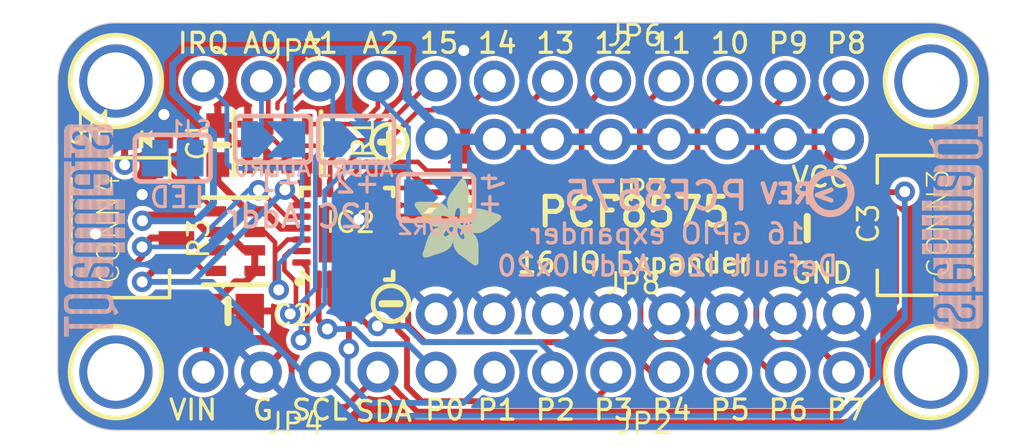
<source format=kicad_pcb>
(kicad_pcb (version 20211014) (generator pcbnew)
  (layers (0 "F.Cu" signal) (31 "B.Cu" signal) (34 "B.Paste" user) (35 "F.Paste" user) (36 "B.SilkS" user "B.Silkscreen") (37 "F.SilkS" user "F.Silkscreen") (38 "B.Mask" user) (39 "F.Mask" user) (44 "Edge.Cuts" user))
  (net 0 "")
  (net 1 "GND")
  (net 2 "SDA")
  (net 3 "SCL")
  (net 4 "VCC")
  (net 5 "GPA0")
  (net 6 "GPA1")
  (net 7 "GPA2")
  (net 8 "GPA3")
  (net 9 "GPA4")
  (net 10 "GPA5")
  (net 11 "GPA6")
  (net 12 "GPA7")
  (net 13 "GPB0")
  (net 14 "GPB1")
  (net 15 "GPB2")
  (net 16 "GPB3")
  (net 17 "GPB4")
  (net 18 "GPB5")
  (net 19 "GPB6")
  (net 20 "GPB7")
  (net 21 "INTA")
  (net 22 "A0")
  (net 23 "A1")
  (net 24 "A2")
  (net 25 "N$2")
  (net 26 "N$1")
  (footprint "eagleBoard:JST_SH4" (layer "F.Cu") (at 131.3561 105.0036 -90)
    (fp_text reference "CONN4")
    (fp_text value "STEMMA_I2C_QT" hide)
  )
  (footprint "eagleBoard:QFN24_4MM_SMSC" (layer "F.Cu") (at 140.8176 105.3211 90)
    (fp_text reference "IC2")
    (fp_text value "PCF8575")
  )
  (footprint "eagleBoard:0805-NO" (layer "F.Cu") (at 135.6106 108.6866)
    (fp_text reference "C2")
    (fp_text value "10uF")
  )
  (footprint "eagleBoard:0805-NO" (layer "F.Cu") (at 160.8836 105.0671 180)
    (fp_text reference "C3")
    (fp_text value "10uF")
  )
  (footprint "eagleBoard:1X08_ROUND_70" (layer "F.Cu") (at 153.5811 108.8136)
    (fp_text reference "JP8")
    (fp_text value "")
  )
  (footprint "eagleBoard:JST_SH4" (layer "F.Cu") (at 165.6461 105.0036 90)
    (fp_text reference "CONN3")
    (fp_text value "STEMMA_I2C_QT" hide)
  )
  (footprint "eagleBoard:SYMBOL_MINUS" (layer "F.Cu") (at 142.7226 108.3691)
    (fp_text reference "U$3" hide)
    (fp_text value "" hide)
  )
  (footprint "eagleBoard:CHIPLED_0603_NOOUTLINE" (layer "F.Cu") (at 132.0546 101.1936 90)
    (fp_text reference "D1")
    (fp_text value "GREEN")
  )
  (footprint "eagleBoard:FIDUCIAL_1MM" (layer "F.Cu") (at 164.6936 101.6381)
    (fp_text reference "FID4" hide)
    (fp_text value "FIDUCIAL_1MM" hide)
  )
  (footprint "eagleBoard:ADAFRUIT_3.5MM" (layer "F.Cu") (at 143.7386 106.7181)
    (fp_text reference "U$22" hide)
    (fp_text value "" hide)
  )
  (footprint "eagleBoard:SYMBOL_PLUS" (layer "F.Cu") (at 142.6591 101.3206)
    (fp_text reference "U$2" hide)
    (fp_text value "" hide)
  )
  (footprint "eagleBoard:1X08_ROUND_70" (layer "F.Cu") (at 153.5811 98.6536 180)
    (fp_text reference "JP6")
    (fp_text value "")
  )
  (footprint "eagleBoard:RESPACK_4X0603" (layer "F.Cu") (at 135.9281 105.6386 90)
    (fp_text reference "R3")
    (fp_text value "10K Pack")
  )
  (footprint "eagleBoard:MOUNTINGHOLE_2.5_PLATED" (layer "F.Cu") (at 166.2811 98.6536)
    (fp_text reference "U$17" hide)
    (fp_text value "MOUNTINGHOLE2.5" hide)
  )
  (footprint "eagleBoard:0603-NO" (layer "F.Cu") (at 135.1661 101.4476 90)
    (fp_text reference "C1")
    (fp_text value "0.1uF")
  )
  (footprint "eagleBoard:FIDUCIAL_1MM" (layer "F.Cu") (at 132.7531 108.5596)
    (fp_text reference "FID3" hide)
    (fp_text value "FIDUCIAL_1MM" hide)
  )
  (footprint "eagleBoard:MOUNTINGHOLE_2.5_PLATED" (layer "F.Cu") (at 166.2811 111.3536)
    (fp_text reference "U$21" hide)
    (fp_text value "MOUNTINGHOLE2.5" hide)
  )
  (footprint "eagleBoard:1X04_ROUND" (layer "F.Cu") (at 138.3411 111.3536)
    (fp_text reference "JP4")
    (fp_text value "")
  )
  (footprint "eagleBoard:1X08_ROUND_70" (layer "F.Cu") (at 153.5811 111.3536)
    (fp_text reference "JP2")
    (fp_text value "")
  )
  (footprint "eagleBoard:1X08_ROUND_70" (layer "F.Cu") (at 153.5811 101.1936)
    (fp_text reference "JP7")
    (fp_text value "")
  )
  (footprint "eagleBoard:MOUNTINGHOLE_2.5_PLATED" (layer "F.Cu") (at 130.7211 111.3536)
    (fp_text reference "U$19" hide)
    (fp_text value "MOUNTINGHOLE2.5" hide)
  )
  (footprint "eagleBoard:RESPACK_4X0603" (layer "F.Cu") (at 137.7696 101.3841)
    (fp_text reference "R1")
    (fp_text value "10K Pack")
  )
  (footprint "eagleBoard:MOUNTINGHOLE_2.5_PLATED" (layer "F.Cu") (at 130.7211 98.6536)
    (fp_text reference "U$1" hide)
    (fp_text value "MOUNTINGHOLE2.5" hide)
  )
  (footprint "eagleBoard:1X04_ROUND" (layer "F.Cu") (at 138.3411 98.6536)
    (fp_text reference "JP3")
    (fp_text value "")
  )
  (footprint "eagleBoard:STEMMAQT" (layer "B.Cu") (at 131.1021 100.5586 -90)
    (fp_text reference "U$31" hide)
    (fp_text value "" hide)
  )
  (footprint "eagleBoard:SOLDERJUMPER_ARROW_NOPASTE" (layer "B.Cu") (at 137.5791 101.1936)
    (fp_text reference "ADDR0")
    (fp_text value "")
  )
  (footprint "eagleBoard:PCBFEAT-REV-040" (layer "B.Cu") (at 161.8996 103.5431 180)
    (fp_text reference "U$25" hide)
    (fp_text value "" hide)
  )
  (footprint "eagleBoard:STEMMAQT" (layer "B.Cu") (at 165.9001 109.4486 90)
    (fp_text reference "U$30" hide)
    (fp_text value "" hide)
  )
  (footprint "eagleBoard:SOLDERJUMPER_ARROW_NOPASTE" (layer "B.Cu") (at 144.6911 103.7336)
    (fp_text reference "ADDR2")
    (fp_text value "")
  )
  (footprint "eagleBoard:SOLDERJUMPER_ARROW_NOPASTE" (layer "B.Cu") (at 141.1986 101.1936)
    (fp_text reference "ADDR1")
    (fp_text value "")
  )
  (footprint "eagleBoard:SOLDERJUMPER_CLOSEDWIRE" (layer "B.Cu") (at 133.1976 102.0191 180)
    (fp_text reference "SJ1")
    (fp_text value "")
  )
  (gr_line (start 168.8211 111.3536) (end 168.8211 98.6536) (layer "Edge.Cuts") (width 0.05))
  (gr_arc (start 128.1811 98.6536) (mid 128.925049 96.857549) (end 130.7211 96.1136) (layer "Edge.Cuts") (width 0.05))
  (gr_arc (start 130.7211 113.8936) (mid 128.925049 113.149651) (end 128.1811 111.3536) (layer "Edge.Cuts") (width 0.05))
  (gr_arc (start 166.2811 96.1136) (mid 168.077151 96.857549) (end 168.8211 98.6536) (layer "Edge.Cuts") (width 0.05))
  (gr_line (start 166.2811 96.1136) (end 130.7211 96.1136) (layer "Edge.Cuts") (width 0.05))
  (gr_line (start 128.1811 98.6536) (end 128.1811 111.3536) (layer "Edge.Cuts") (width 0.05))
  (gr_arc (start 168.8211 111.3536) (mid 168.077151 113.149651) (end 166.2811 113.8936) (layer "Edge.Cuts") (width 0.05))
  (gr_line (start 130.7211 113.8936) (end 166.2811 113.8936) (layer "Edge.Cuts") (width 0.05))
  (gr_text "16 GPIO expander\nDefault I2C Addr 0x20" (at 154.7876 106.0196) (layer "B.SilkS") (effects (font (size 0.87376 0.87376) (thickness 0.14224)) (justify mirror)))
  (gr_text "I2C Addr" (at 138.7221 104.5591) (layer "B.SilkS") (effects (font (size 0.98298 0.98298) (thickness 0.16002)) (justify mirror)))
  (gr_text "PCF8575" (at 154.2796 103.6701) (layer "B.SilkS") (effects (font (size 1.20142 1.20142) (thickness 0.19558)) (justify mirror)))
  (gr_text "+4" (at 147.1041 103.6066 -90) (layer "B.SilkS") (effects (font (size 0.87376 0.87376) (thickness 0.14224)) (justify mirror)))
  (gr_text "LED" (at 133.3881 103.7336) (layer "B.SilkS") (effects (font (size 0.87376 0.87376) (thickness 0.14224)) (justify mirror)))
  (gr_text "+2" (at 141.2621 103.0986) (layer "B.SilkS") (effects (font (size 0.87376 0.87376) (thickness 0.14224)) (justify mirror)))
  (gr_text "+1" (at 137.8331 103.0351) (layer "B.SilkS") (effects (font (size 0.87376 0.87376) (thickness 0.14224)) (justify mirror)))
  (gr_text "P8" (at 162.5981 97.0026) (layer "F.SilkS") (effects (font (size 0.87376 0.87376) (thickness 0.14224))))
  (gr_text "16 IO Expander" (at 153.3271 106.5911) (layer "F.SilkS") (effects (font (size 0.8636 0.8636) (thickness 0.1524))))
  (gr_text "15" (at 144.8181 97.0026) (layer "F.SilkS") (effects (font (size 0.87376 0.87376) (thickness 0.14224))))
  (gr_text "P4" (at 154.9781 113.0046) (layer "F.SilkS") (effects (font (size 0.87376 0.87376) (thickness 0.14224))))
  (gr_text "A0" (at 137.0711 97.0026) (layer "F.SilkS") (effects (font (size 0.87376 0.87376) (thickness 0.14224))))
  (gr_text "VIN" (at 134.0866 113.0046) (layer "F.SilkS") (effects (font (size 0.87376 0.87376) (thickness 0.14224))))
  (gr_text "10" (at 157.5181 97.0026) (layer "F.SilkS") (effects (font (size 0.87376 0.87376) (thickness 0.14224))))
  (gr_text "IRQ" (at 134.5311 97.0026) (layer "F.SilkS") (effects (font (size 0.87376 0.87376) (thickness 0.14224))))
  (gr_text "P9" (at 160.0581 97.0026) (layer "F.SilkS") (effects (font (size 0.87376 0.87376) (thickness 0.14224))))
  (gr_text "P0" (at 145.0721 113.0046) (layer "F.SilkS") (effects (font (size 0.87376 0.87376) (thickness 0.14224))))
  (gr_text "13" (at 149.8981 97.0026) (layer "F.SilkS") (effects (font (size 0.87376 0.87376) (thickness 0.14224))))
  (gr_text "P1" (at 147.3581 113.0046) (layer "F.SilkS") (effects (font (size 0.87376 0.87376) (thickness 0.14224))))
  (gr_text "SCL" (at 139.6111 113.0046) (layer "F.SilkS") (effects (font (size 0.87376 0.87376) (thickness 0.14224))))
  (gr_text "12" (at 152.4381 97.0026) (layer "F.SilkS") (effects (font (size 0.87376 0.87376) (thickness 0.14224))))
  (gr_text "P6" (at 160.0581 113.0046) (layer "F.SilkS") (effects (font (size 0.87376 0.87376) (thickness 0.14224))))
  (gr_text "14" (at 147.3581 97.0026) (layer "F.SilkS") (effects (font (size 0.87376 0.87376) (thickness 0.14224))))
  (gr_text "VCC" (at 161.4551 102.8446) (layer "F.SilkS") (effects (font (size 0.87376 0.87376) (thickness 0.14224))))
  (gr_text "GND" (at 161.5186 107.0356) (layer "F.SilkS") (effects (font (size 0.87376 0.87376) (thickness 0.14224))))
  (gr_text "P3" (at 152.4381 113.0046) (layer "F.SilkS") (effects (font (size 0.87376 0.87376) (thickness 0.14224))))
  (gr_text "A2" (at 142.2781 97.0026) (layer "F.SilkS") (effects (font (size 0.87376 0.87376) (thickness 0.14224))))
  (gr_text "A1" (at 139.6111 97.0026) (layer "F.SilkS") (effects (font (size 0.87376 0.87376) (thickness 0.14224))))
  (gr_text "on" (at 128.4986 101.4476) (layer "F.SilkS") (effects (font (size 0.89408 0.89408) (thickness 0.12192)) (justify left bottom)))
  (gr_text "PCF8575" (at 153.3271 104.3686) (layer "F.SilkS") (effects (font (size 1.25222 1.25222) (thickness 0.22098))))
  (gr_text "P2" (at 149.8981 113.0046) (layer "F.SilkS") (effects (font (size 0.87376 0.87376) (thickness 0.14224))))
  (gr_text "G" (at 137.1346 113.0046) (layer "F.SilkS") (effects (font (size 0.87376 0.87376) (thickness 0.14224))))
  (gr_text "P7" (at 162.5981 113.0046) (layer "F.SilkS") (effects (font (size 0.87376 0.87376) (thickness 0.14224))))
  (gr_text "SDA" (at 142.4051 113.0681) (layer "F.SilkS") (effects (font (size 0.87376 0.87376) (thickness 0.14224))))
  (gr_text "11" (at 154.9781 97.0026) (layer "F.SilkS") (effects (font (size 0.87376 0.87376) (thickness 0.14224))))
  (gr_text "P5" (at 157.5181 113.0046) (layer "F.SilkS") (effects (font (size 0.87376 0.87376) (thickness 0.14224))))
  (segment (start 136.9441 101.3841) (end 135.9526 101.3841) (width 0.3048) (layer "F.Cu") (net 1))
  (segment (start 142.8176 105.5711) (end 141.0676 105.5711) (width 0.3048) (layer "F.Cu") (net 1))
  (segment (start 137.3696 101.8096) (end 136.9441 101.3841) (width 0.3048) (layer "F.Cu") (net 1))
  (segment (start 141.0676 105.5711) (end 140.8176 105.3211) (width 0.3048) (layer "F.Cu") (net 1))
  (segment (start 137.3696 102.2341) (end 137.3696 101.8096) (width 0.3048) (layer "F.Cu") (net 1))
  (segment (start 135.9526 101.3841) (end 135.1661 100.5976) (width 0.3048) (layer "F.Cu") (net 1))
  (via (at 132.8166 100.1141) (size 0.889) (drill 0.4826) (layers "F.Cu" "B.Cu") (net 1))
  (via (at 145.8976 97.3201) (size 0.889) (drill 0.4826) (layers "F.Cu" "B.Cu") (net 1))
  (via (at 129.8321 105.3211) (size 0.889) (drill 0.4826) (layers "F.Cu" "B.Cu") (net 1))
  (via (at 131.8641 103.6066) (size 0.889) (drill 0.4826) (layers "F.Cu" "B.Cu") (net 1))
  (via (at 141.3256 104.6861) (size 0.889) (drill 0.4826) (layers "F.Cu" "B.Cu") (net 1))
  (segment (start 131.0894 108.6739) (end 133.0071 110.5916) (width 0.254) (layer "F.Cu") (net 2))
  (segment (start 131.8641 106.321007) (end 131.0894 107.095707) (width 0.254) (layer "F.Cu") (net 2))
  (segment (start 163.6401 104.5036) (end 164.6381 104.5036) (width 0.254) (layer "F.Cu") (net 2))
  (segment (start 164.7571 104.6226) (end 164.7571 108.3056) (width 0.254) (layer "F.Cu") (net 2))
  (segment (start 134.4041 106.0196) (end 135.0591 106.0196) (width 0.2032) (layer "F.Cu") (net 2))
  (segment (start 133.8881 105.5036) (end 134.4041 106.0196) (width 0.2032) (layer "F.Cu") (net 2))
  (segment (start 133.3621 105.5036) (end 133.8881 105.5036) (width 0.2032) (layer "F.Cu") (net 2))
  (segment (start 138.8176 104.5711) (end 138.1626 104.5711) (width 0.2032) (layer "F.Cu") (net 2))
  (segment (start 138.1626 104.5711) (end 137.0076 103.4161) (width 0.2032) (layer "F.Cu") (net 2))
  (segment (start 133.3621 105.5036) (end 132.2531 105.5036) (width 0.3048) (layer "F.Cu") (net 2))
  (segment (start 131.0894 107.095707) (end 131.0894 108.6739) (width 0.254) (layer "F.Cu") (net 2))
  (segment (start 142.9639 112.17935) (end 142.9639 112.1664) (width 0.254) (layer "F.Cu") (net 2))
  (segment (start 132.2531 105.5036) (end 131.8641 105.8926) (width 0.3048) (layer "F.Cu") (net 2))
  (segment (start 164.6381 104.5036) (end 164.7571 104.6226) (width 0.254) (layer "F.Cu") (net 2))
  (segment (start 143.86535 113.0808) (end 142.9639 112.17935) (width 0.254) (layer "F.Cu") (net 2))
  (segment (start 140.7541 112.8776) (end 142.2146 111.4171) (width 0.254) (layer "F.Cu") (net 2))
  (segment (start 142.9639 112.1664) (end 142.2146 111.4171) (width 0.254) (layer "F.Cu") (net 2))
  (segment (start 137.0076 103.4161) (end 136.9441 103.4161) (width 0.2032) (layer "F.Cu") (net 2))
  (segment (start 142.2146 111.4171) (end 142.1511 111.3536) (width 0.254) (layer "F.Cu") (net 2))
  (segment (start 162.468112 113.0808) (end 143.86535 113.0808) (width 0.254) (layer "F.Cu") (net 2))
  (segment (start 163.7411 111.807813) (end 162.468112 113.0808) (width 0.254) (layer "F.Cu") (net 2))
  (segment (start 131.8641 105.8926) (end 131.8641 106.321007) (width 0.254) (layer "F.Cu") (net 2))
  (segment (start 163.7411 109.3216) (end 163.7411 111.807813) (width 0.254) (layer "F.Cu") (net 2))
  (segment (start 135.0591 106.0196) (end 135.0781 106.0386) (width 0.2032) (layer "F.Cu") (net 2))
  (segment (start 133.0071 110.5916) (end 133.0071 111.8616) (width 0.254) (layer "F.Cu") (net 2))
  (segment (start 134.0231 112.8776) (end 140.7541 112.8776) (width 0.254) (layer "F.Cu") (net 2))
  (segment (start 164.7571 108.3056) (end 163.7411 109.3216) (width 0.254) (layer "F.Cu") (net 2))
  (segment (start 133.0071 111.8616) (end 134.0231 112.8776) (width 0.254) (layer "F.Cu") (net 2))
  (via (at 131.8641 105.8926) (size 0.889) (drill 0.4826) (layers "F.Cu" "B.Cu") (net 2))
  (via (at 136.9441 103.4161) (size 0.889) (drill 0.4826) (layers "F.Cu" "B.Cu") (net 2))
  (segment (start 136.9441 103.4161) (end 136.4996 103.4161) (width 0.2032) (layer "B.Cu") (net 2))
  (segment (start 136.4996 103.4161) (end 134.0231 105.8926) (width 0.2032) (layer "B.Cu") (net 2))
  (segment (start 134.0231 105.8926) (end 131.8641 105.8926) (width 0.2032) (layer "B.Cu") (net 2))
  (segment (start 134.5611 106.9386) (end 135.0781 106.9386) (width 0.2032) (layer "F.Cu") (net 3))
  (segment (start 132.7771 106.5036) (end 131.8641 107.4166) (width 0.3048) (layer "F.Cu") (net 3))
  (segment (start 138.1418 103.3953) (end 138.0937 103.3953) (width 0.2032) (layer "F.Cu") (net 3))
  (segment (start 163.6401 103.5036) (end 165.1141 103.5036) (width 0.254) (layer "F.Cu") (net 3))
  (segment (start 133.3621 106.5036) (end 132.7771 106.5036) (width 0.3048) (layer "F.Cu") (net 3))
  (segment (start 138.8176 104.0711) (end 138.1418 103.3953) (width 0.2032) (layer "F.Cu") (net 3))
  (segment (start 133.3621 106.5036) (end 134.1261 106.5036) (width 0.2032) (layer "F.Cu") (net 3))
  (segment (start 134.1261 106.5036) (end 134.5611 106.9386) (width 0.2032) (layer "F.Cu") (net 3))
  (segment (start 165.1141 103.5036) (end 165.1381 103.4796) (width 0.254) (layer "F.Cu") (net 3))
  (via (at 165.1381 103.4796) (size 0.889) (drill 0.4826) (layers "F.Cu" "B.Cu") (net 3))
  (via (at 138.0937 103.3953) (size 0.889) (drill 0.4826) (layers "F.Cu" "B.Cu") (net 3))
  (via (at 131.8641 107.4166) (size 0.889) (drill 0.4826) (layers "F.Cu" "B.Cu") (net 3))
  (segment (start 134.0724 107.4166) (end 138.0937 103.3953) (width 0.254) (layer "B.Cu") (net 3))
  (segment (start 163.9951 111.553813) (end 163.9951 110.1471) (width 0.254) (layer "B.Cu") (net 3))
  (segment (start 131.8641 107.4166) (end 134.0724 107.4166) (width 0.254) (layer "B.Cu") (net 3))
  (segment (start 138.8491 111.3536) (end 139.6111 111.3536) (width 0.254) (layer "B.Cu") (net 3))
  (segment (start 141.5161 113.2586) (end 162.290312 113.2586) (width 0.254) (layer "B.Cu") (net 3))
  (segment (start 131.8641 107.4166) (end 134.9121 107.4166) (width 0.254) (layer "B.Cu") (net 3))
  (segment (start 139.6111 111.3536) (end 141.5161 113.2586) (width 0.254) (layer "B.Cu") (net 3))
  (segment (start 165.1381 103.4796) (end 165.1381 109.0041) (width 0.254) (layer "B.Cu") (net 3))
  (segment (start 165.1381 109.0041) (end 163.9951 110.1471) (width 0.254) (layer "B.Cu") (net 3))
  (segment (start 162.290312 113.2586) (end 163.9951 111.553813) (width 0.254) (layer "B.Cu") (net 3))
  (segment (start 138.8491 111.3536) (end 134.9121 107.4166) (width 0.254) (layer "B.Cu") (net 3))
  (segment (start 134.6606 108.6866) (end 135.9306 107.4166) (width 0.3048) (layer "F.Cu") (net 4))
  (segment (start 133.3621 104.5036) (end 131.9831 104.5036) (width 0.3048) (layer "F.Cu") (net 4))
  (segment (start 136.3281 106.0386) (end 136.7781 106.0386) (width 0.3048) (layer "F.Cu") (net 4))
  (segment (start 135.9306 107.4166) (end 136.3726 107.4166) (width 0.3048) (layer "F.Cu") (net 4))
  (segment (start 136.3726 107.4166) (end 136.7781 107.0111) (width 0.3048) (layer "F.Cu") (net 4))
  (segment (start 131.9831 104.5036) (end 131.8768 104.6099) (width 0.3048) (layer "F.Cu") (net 4))
  (segment (start 136.7781 106.0386) (end 136.7781 106.9386) (width 0.3048) (layer "F.Cu") (net 4))
  (segment (start 135.1661 102.2976) (end 135.1661 103.0351) (width 0.3048) (layer "F.Cu") (net 4))
  (segment (start 136.4361 104.3051) (end 136.4361 104.3386) (width 0.3048) (layer "F.Cu") (net 4))
  (segment (start 162.2701 105.5036) (end 161.8336 105.0671) (width 0.3048) (layer "F.Cu") (net 4))
  (segment (start 138.8176 105.0711) (end 138.8132 105.0755) (width 0.3048) (layer "F.Cu") (net 4))
  (segment (start 137.919893 105.0755) (end 137.248393 104.404) (width 0.3048) (layer "F.Cu") (net 4))
  (segment (start 135.1661 103.0351) (end 136.4361 104.3051) (width 0.3048) (layer "F.Cu") (net 4))
  (segment (start 161.8336 105.0671) (end 161.8336 101.8311) (width 0.4064) (layer "F.Cu") (net 4))
  (segment (start 136.373206 104.3386) (end 136.4361 104.3386) (width 0.3048) (layer "F.Cu") (net 4))
  (segment (start 137.248393 104.404) (end 136.8435 104.404) (width 0.3048) (layer "F.Cu") (net 4))
  (segment (start 131.8768 104.7496) (end 131.8768 104.6099) (width 0.3048) (layer "F.Cu") (net 4))
  (segment (start 163.6401 105.5036) (end 162.2701 105.5036) (width 0.3048) (layer "F.Cu") (net 4))
  (segment (start 161.8336 101.8311) (end 162.4711 101.1936) (width 0.4064) (layer "F.Cu") (net 4))
  (segment (start 134.674993 105.2386) (end 135.0781 105.2386) (width 0.3048) (layer "F.Cu") (net 4))
  (segment (start 133.3621 104.5036) (end 133.939993 104.5036) (width 0.3048) (layer "F.Cu") (net 4))
  (segment (start 135.473206 105.2386) (end 136.373206 104.3386) (width 0.3048) (layer "F.Cu") (net 4))
  (segment (start 134.6606 108.6866) (end 134.6606 111.2241) (width 0.3048) (layer "F.Cu") (net 4))
  (segment (start 136.8435 104.404) (end 136.7781 104.3386) (width 0.3048) (layer "F.Cu") (net 4))
  (segment (start 136.4361 104.3386) (end 136.7781 104.3386) (width 0.3048) (layer "F.Cu") (net 4))
  (segment (start 136.7781 107.0111) (end 136.7781 106.9386) (width 0.3048) (layer "F.Cu") (net 4))
  (segment (start 138.8132 105.0755) (end 137.919893 105.0755) (width 0.3048) (layer "F.Cu") (net 4))
  (segment (start 135.0781 105.2386) (end 135.5281 105.2386) (width 0.3048) (layer "F.Cu") (net 4))
  (segment (start 134.6606 111.2241) (end 134.5311 111.3536) (width 0.3048) (layer "F.Cu") (net 4))
  (segment (start 134.674993 105.2386) (end 133.939993 104.5036) (width 0.3048) (layer "F.Cu") (net 4))
  (segment (start 135.5281 105.2386) (end 136.3281 106.0386) (width 0.3048) (layer "F.Cu") (net 4))
  (segment (start 135.0781 105.2386) (end 135.473206 105.2386) (width 0.3048) (layer "F.Cu") (net 4))
  (via (at 131.8768 104.7496) (size 0.889) (drill 0.4826) (layers "F.Cu" "B.Cu") (net 4))
  (segment (start 144.6911 101.1936) (end 144.6911 100.6221) (width 0.4064) (layer "B.Cu") (net 4))
  (segment (start 134.2136 104.7496) (end 131.8768 104.7496) (width 0.3048) (layer "B.Cu") (net 4))
  (segment (start 133.1976 97.9551) (end 133.7945 97.3582) (width 0.3048) (layer "B.Cu") (net 4))
  (segment (start 143.4211 97.3201) (end 140.8811 97.3201) (width 0.4064) (layer "B.Cu") (net 4))
  (segment (start 149.7711 101.1936) (end 147.2311 101.1936) (width 0.508) (layer "B.Cu") (net 4))
  (segment (start 144.6911 100.6221) (end 143.4211 99.3521) (width 0.4064) (layer "B.Cu") (net 4))
  (segment (start 138.2903 97.3582) (end 138.3157 97.3836) (width 0.3048) (layer "B.Cu") (net 4))
  (segment (start 147.2311 101.1936) (end 145.5801 101.1936) (width 0.508) (layer "B.Cu") (net 4))
  (segment (start 142.2146 101.1936) (end 140.8811 99.8601) (width 0.3048) (layer "B.Cu") (net 4))
  (segment (start 157.3911 101.1936) (end 154.8511 101.1936) (width 0.508) (layer "B.Cu") (net 4))
  (segment (start 145.5801 101.1936) (end 144.6911 101.1936) (width 0.4064) (layer "B.Cu") (net 4))
  (segment (start 138.5951 101.1936) (end 138.3157 100.9142) (width 0.3048) (layer "B.Cu") (net 4))
  (segment (start 133.1976 99.1616) (end 134.9756 100.9396) (width 0.3048) (layer "B.Cu") (net 4))
  (segment (start 133.1976 97.9551) (end 133.1976 99.1616) (width 0.3048) (layer "B.Cu") (net 4))
  (segment (start 152.3111 101.1936) (end 149.7711 101.1936) (width 0.508) (layer "B.Cu") (net 4))
  (segment (start 140.8811 99.8601) (end 140.8811 97.3201) (width 0.3048) (layer "B.Cu") (net 4))
  (segment (start 143.4211 99.3521) (end 143.4211 99.215575) (width 0.4064) (layer "B.Cu") (net 4))
  (segment (start 159.9311 101.1936) (end 157.3911 101.1936) (width 0.508) (layer "B.Cu") (net 4))
  (segment (start 134.9756 100.9396) (end 134.9756 103.9876) (width 0.3048) (layer "B.Cu") (net 4))
  (segment (start 133.7945 97.3582) (end 138.2903 97.3582) (width 0.4064) (layer "B.Cu") (net 4))
  (segment (start 145.7071 103.7336) (end 145.5801 103.6066) (width 0.3048) (layer "B.Cu") (net 4))
  (segment (start 138.3157 97.3836) (end 138.3157 97.3201) (width 0.3048) (layer "B.Cu") (net 4))
  (segment (start 140.8811 97.3201) (end 138.3157 97.3201) (width 0.4064) (layer "B.Cu") (net 4))
  (segment (start 134.9756 103.9876) (end 134.2136 104.7496) (width 0.3048) (layer "B.Cu") (net 4))
  (segment (start 138.3157 100.9142) (end 138.3157 97.3836) (width 0.3048) (layer "B.Cu") (net 4))
  (segment (start 162.4711 101.1936) (end 159.9311 101.1936) (width 0.508) (layer "B.Cu") (net 4))
  (segment (start 143.4211 99.215575) (end 143.4211 97.3201) (width 0.3048) (layer "B.Cu") (net 4))
  (segment (start 145.5801 103.6066) (end 145.5801 101.1936) (width 0.508) (layer "B.Cu") (net 4))
  (segment (start 154.8511 101.1936) (end 152.3111 101.1936) (width 0.508) (layer "B.Cu") (net 4))
  (segment (start 139.5676 107.3211) (end 139.5676 109.093675) (width 0.254) (layer "F.Cu") (net 5))
  (segment (start 139.5676 109.093675) (end 139.947009 109.473085) (width 0.254) (layer "F.Cu") (net 5))
  (via (at 139.947009 109.473085) (size 0.889) (drill 0.4826) (layers "F.Cu" "B.Cu") (net 5))
  (segment (start 141.783518 110.1344) (end 143.4719 110.1344) (width 0.254) (layer "B.Cu") (net 5))
  (segment (start 143.4719 110.1344) (end 144.6911 111.3536) (width 0.254) (layer "B.Cu") (net 5))
  (segment (start 141.122203 109.473085) (end 141.783518 110.1344) (width 0.254) (layer "B.Cu") (net 5))
  (segment (start 139.947009 109.473085) (end 141.122203 109.473085) (width 0.254) (layer "B.Cu") (net 5))
  (segment (start 140.886109 109.189591) (end 140.886109 110.332591) (width 0.254) (layer "F.Cu") (net 6))
  (segment (start 140.886109 109.189591) (end 140.0676 108.371082) (width 0.254) (layer "F.Cu") (net 6))
  (segment (start 140.0676 107.3211) (end 140.0676 108.371082) (width 0.254) (layer "F.Cu") (net 6))
  (via (at 140.886109 110.332591) (size 0.889) (drill 0.4826) (layers "F.Cu" "B.Cu") (net 6))
  (segment (start 141.770746 112.69746) (end 145.88724 112.69746) (width 0.254) (layer "B.Cu") (net 6))
  (segment (start 140.8303 111.757013) (end 140.8303 110.3884) (width 0.254) (layer "B.Cu") (net 6))
  (segment (start 145.88724 112.69746) (end 147.2311 111.3536) (width 0.254) (layer "B.Cu") (net 6))
  (segment (start 141.770746 112.69746) (end 140.8303 111.757013) (width 0.254) (layer "B.Cu") (net 6))
  (segment (start 140.8303 110.3884) (end 140.886109 110.332591) (width 0.254) (layer "B.Cu") (net 6))
  (segment (start 140.5676 107.3211) (end 140.5676 108.156488) (width 0.254) (layer "F.Cu") (net 7))
  (segment (start 141.751406 109.340294) (end 142.132406 109.340294) (width 0.254) (layer "F.Cu") (net 7))
  (segment (start 141.751406 109.340294) (end 140.5676 108.156488) (width 0.254) (layer "F.Cu") (net 7))
  (via (at 142.132406 109.340294) (size 0.889) (drill 0.4826) (layers "F.Cu" "B.Cu") (net 7))
  (segment (start 149.225 110.0455) (end 149.7711 110.5916) (width 0.254) (layer "B.Cu") (net 7))
  (segment (start 144.107612 110.0455) (end 149.225 110.0455) (width 0.254) (layer "B.Cu") (net 7))
  (segment (start 144.107612 110.0455) (end 143.402406 109.340294) (width 0.254) (layer "B.Cu") (net 7))
  (segment (start 149.7711 110.5916) (end 149.7711 111.3536) (width 0.254) (layer "B.Cu") (net 7))
  (segment (start 142.132406 109.340294) (end 143.402406 109.340294) (width 0.254) (layer "B.Cu") (net 7))
  (segment (start 143.4211 111.989969) (end 144.054731 112.6236) (width 0.254) (layer "F.Cu") (net 8))
  (segment (start 143.4211 109.914394) (end 143.4211 111.989969) (width 0.254) (layer "F.Cu") (net 8))
  (segment (start 142.4559 108.5088) (end 143.0147 109.0676) (width 0.254) (layer "F.Cu") (net 8))
  (segment (start 143.0147 109.507994) (end 143.4211 109.914394) (width 0.254) (layer "F.Cu") (net 8))
  (segment (start 151.5491 112.6236) (end 152.3111 111.8616) (width 0.254) (layer "F.Cu") (net 8))
  (segment (start 152.3111 111.8616) (end 152.3111 111.3536) (width 0.254) (layer "F.Cu") (net 8))
  (segment (start 144.054731 112.6236) (end 151.5491 112.6236) (width 0.254) (layer "F.Cu") (net 8))
  (segment (start 143.0147 109.0676) (end 143.0147 109.507994) (width 0.254) (layer "F.Cu") (net 8))
  (segment (start 141.0676 107.93365) (end 141.64275 108.5088) (width 0.254) (layer "F.Cu") (net 8))
  (segment (start 141.0676 107.3211) (end 141.0676 107.93365) (width 0.254) (layer "F.Cu") (net 8))
  (segment (start 141.64275 108.5088) (end 142.4559 108.5088) (width 0.254) (layer "F.Cu") (net 8))
  (segment (start 154.089 111.3536) (end 152.7809 110.0455) (width 0.254) (layer "F.Cu") (net 9))
  (segment (start 141.832131 108.0516) (end 142.7226 108.0516) (width 0.254) (layer "F.Cu") (net 9))
  (segment (start 143.4719 109.318613) (end 144.198787 110.0455) (width 0.254) (layer "F.Cu") (net 9))
  (segment (start 154.8511 111.3536) (end 154.089 111.3536) (width 0.254) (layer "F.Cu") (net 9))
  (segment (start 143.4719 108.8009) (end 143.4719 109.318613) (width 0.254) (layer "F.Cu") (net 9))
  (segment (start 144.198787 110.0455) (end 152.7809 110.0455) (width 0.254) (layer "F.Cu") (net 9))
  (segment (start 142.7226 108.0516) (end 143.4719 108.8009) (width 0.254) (layer "F.Cu") (net 9))
  (segment (start 141.5676 107.787069) (end 141.832131 108.0516) (width 0.254) (layer "F.Cu") (net 9))
  (segment (start 141.5676 107.787069) (end 141.5676 107.3211) (width 0.254) (layer "F.Cu") (net 9))
  (segment (start 153.6065 109.347) (end 154.343103 110.0836) (width 0.254) (layer "F.Cu") (net 10))
  (segment (start 153.6065 109.347) (end 153.6065 108.075632) (width 0.254) (layer "F.Cu") (net 10))
  (segment (start 142.0676 107.3211) (end 152.851968 107.3211) (width 0.254) (layer "F.Cu") (net 10))
  (segment (start 152.978534 107.447669) (end 152.865468 107.334604) (width 0.254) (layer "F.Cu") (net 10))
  (segment (start 154.343103 110.0836) (end 155.7401 110.0836) (width 0.254) (layer "F.Cu") (net 10))
  (segment (start 157.0101 111.3536) (end 157.3911 111.3536) (width 0.254) (layer "F.Cu") (net 10))
  (segment (start 152.851968 107.3211) (end 152.865468 107.334604) (width 0.254) (layer "F.Cu") (net 10))
  (segment (start 153.6065 108.075632) (end 152.978534 107.447669) (width 0.254) (layer "F.Cu") (net 10))
  (segment (start 157.0101 111.3536) (end 155.7401 110.0836) (width 0.254) (layer "F.Cu") (net 10))
  (segment (start 158.0515 110.109) (end 159.2961 111.3536) (width 0.254) (layer "F.Cu") (net 11))
  (segment (start 156.095703 109.424572) (end 156.780131 110.109) (width 0.254) (layer "F.Cu") (net 11))
  (segment (start 156.095703 107.772204) (end 156.095703 109.424572) (width 0.254) (layer "F.Cu") (net 11))
  (segment (start 159.2961 111.3536) (end 159.9311 111.3536) (width 0.254) (layer "F.Cu") (net 11))
  (segment (start 154.8946 106.5711) (end 156.095703 107.772204) (width 0.254) (layer "F.Cu") (net 11))
  (segment (start 142.8176 106.5711) (end 154.8946 106.5711) (width 0.254) (layer "F.Cu") (net 11))
  (segment (start 156.780131 110.109) (end 158.0515 110.109) (width 0.254) (layer "F.Cu") (net 11))
  (segment (start 158.6611 109.3216) (end 159.4231 110.0836) (width 0.254) (layer "F.Cu") (net 12))
  (segment (start 161.2011 110.0836) (end 162.4711 111.3536) (width 0.254) (layer "F.Cu") (net 12))
  (segment (start 159.4231 110.0836) (end 161.2011 110.0836) (width 0.254) (layer "F.Cu") (net 12))
  (segment (start 158.6611 107.7976) (end 156.9346 106.0711) (width 0.254) (layer "F.Cu") (net 12))
  (segment (start 158.6611 107.7976) (end 158.6611 109.3216) (width 0.254) (layer "F.Cu") (net 12))
  (segment (start 142.8176 106.0711) (end 156.9346 106.0711) (width 0.254) (layer "F.Cu") (net 12))
  (segment (start 161.2011 99.9236) (end 162.4711 98.6536) (width 0.254) (layer "F.Cu") (net 13))
  (segment (start 142.8176 105.0711) (end 157.9586 105.0711) (width 0.254) (layer "F.Cu") (net 13))
  (segment (start 157.9586 105.0711) (end 161.2011 101.8286) (width 0.254) (layer "F.Cu") (net 13))
  (segment (start 161.2011 101.8286) (end 161.2011 99.9236) (width 0.254) (layer "F.Cu") (net 13))
  (segment (start 159.9311 98.6536) (end 159.9311 99.287232) (width 0.254) (layer "F.Cu") (net 14))
  (segment (start 158.699196 100.519135) (end 158.699196 101.778922) (width 0.254) (layer "F.Cu") (net 14))
  (segment (start 159.9311 99.287232) (end 158.699196 100.519135) (width 0.254) (layer "F.Cu") (net 14))
  (segment (start 142.8176 104.5711) (end 155.907018 104.5711) (width 0.254) (layer "F.Cu") (net 14))
  (segment (start 158.699196 101.778922) (end 155.907018 104.5711) (width 0.254) (layer "F.Cu") (net 14))
  (segment (start 156.0957 101.854) (end 156.0957 100.455632) (width 0.254) (layer "F.Cu") (net 15))
  (segment (start 153.8786 104.0711) (end 154.0891 103.8606) (width 0.254) (layer "F.Cu") (net 15))
  (segment (start 156.0957 100.455632) (end 157.3911 99.160232) (width 0.254) (layer "F.Cu") (net 15))
  (segment (start 142.8176 104.0711) (end 153.8786 104.0711) (width 0.2032) (layer "F.Cu") (net 15))
  (segment (start 157.3911 99.160232) (end 157.3911 98.6536) (width 0.254) (layer "F.Cu") (net 15))
  (segment (start 154.0891 103.8606) (end 156.0957 101.854) (width 0.254) (layer "F.Cu") (net 15))
  (segment (start 153.5811 101.9556) (end 153.5811 99.9236) (width 0.254) (layer "F.Cu") (net 16))
  (segment (start 143.551343 103.3211) (end 143.735243 103.505) (width 0.2032) (layer "F.Cu") (net 16))
  (segment (start 143.735243 103.505) (end 152.0317 103.505) (width 0.254) (layer "F.Cu") (net 16))
  (segment (start 142.0676 103.3211) (end 143.551343 103.3211) (width 0.2032) (layer "F.Cu") (net 16))
  (segment (start 153.5811 99.9236) (end 154.8511 98.6536) (width 0.254) (layer "F.Cu") (net 16))
  (segment (start 152.0317 103.505) (end 153.5811 101.9556) (width 0.254) (layer "F.Cu") (net 16))
  (segment (start 141.5676 103.3211) (end 141.5676 102.7931) (width 0.2032) (layer "F.Cu") (net 17))
  (segment (start 149.8981 103.0478) (end 151.0411 101.9048) (width 0.254) (layer "F.Cu") (net 17))
  (segment (start 143.530925 102.5906) (end 143.730012 102.789688) (width 0.2032) (layer "F.Cu") (net 17))
  (segment (start 141.7701 102.5906) (end 143.530925 102.5906) (width 0.2032) (layer "F.Cu") (net 17))
  (segment (start 141.5676 102.7931) (end 141.7701 102.5906) (width 0.2032) (layer "F.Cu") (net 17))
  (segment (start 143.730012 102.789688) (end 143.988128 103.0478) (width 0.254) (layer "F.Cu") (net 17))
  (segment (start 143.988128 103.0478) (end 149.8981 103.0478) (width 0.254) (layer "F.Cu") (net 17))
  (segment (start 151.0411 101.9048) (end 151.0411 99.9236) (width 0.254) (layer "F.Cu") (net 17))
  (segment (start 151.0411 99.9236) (end 152.3111 98.6536) (width 0.254) (layer "F.Cu") (net 17))
  (segment (start 143.902331 102.1842) (end 144.308731 102.5906) (width 0.2032) (layer "F.Cu") (net 18))
  (segment (start 141.0676 102.718363) (end 141.601762 102.1842) (width 0.2032) (layer "F.Cu") (net 18))
  (segment (start 144.308731 102.5906) (end 147.8661 102.5906) (width 0.254) (layer "F.Cu") (net 18))
  (segment (start 147.8661 102.5906) (end 148.5011 101.9556) (width 0.254) (layer "F.Cu") (net 18))
  (segment (start 141.0676 103.3211) (end 141.0676 102.718363) (width 0.2032) (layer "F.Cu") (net 18))
  (segment (start 141.601762 102.1842) (end 143.902331 102.1842) (width 0.2032) (layer "F.Cu") (net 18))
  (segment (start 148.5011 99.9236) (end 149.7711 98.6536) (width 0.254) (layer "F.Cu") (net 18))
  (segment (start 148.5011 101.9556) (end 148.5011 99.9236) (width 0.254) (layer "F.Cu") (net 18))
  (segment (start 142.1083 101.7444) (end 143.9291 99.9236) (width 0.2032) (layer "F.Cu") (net 19))
  (segment (start 145.9611 99.9236) (end 147.2311 98.6536) (width 0.2032) (layer "F.Cu") (net 19))
  (segment (start 141.3463 101.7444) (end 142.1083 101.7444) (width 0.2032) (layer "F.Cu") (net 19))
  (segment (start 140.5676 102.5231) (end 141.3463 101.7444) (width 0.2032) (layer "F.Cu") (net 19))
  (segment (start 143.9291 99.9236) (end 145.9611 99.9236) (width 0.2032) (layer "F.Cu") (net 19))
  (segment (start 140.5676 103.3211) (end 140.5676 102.5231) (width 0.2032) (layer "F.Cu") (net 19))
  (segment (start 140.0676 102.1341) (end 140.9573 101.2444) (width 0.2032) (layer "F.Cu") (net 20))
  (segment (start 144.474393 98.6536) (end 144.6911 98.6536) (width 0.2032) (layer "F.Cu") (net 20))
  (segment (start 141.883593 101.2444) (end 144.474393 98.6536) (width 0.2032) (layer "F.Cu") (net 20))
  (segment (start 140.9573 101.2444) (end 141.883593 101.2444) (width 0.2032) (layer "F.Cu") (net 20))
  (segment (start 140.0676 103.3211) (end 140.0676 102.1341) (width 0.2032) (layer "F.Cu") (net 20))
  (segment (start 136.7943 105.2548) (end 136.7781 105.2386) (width 0.2032) (layer "F.Cu") (net 21))
  (segment (start 137.6619 105.68935) (end 137.22735 105.2548) (width 0.2032) (layer "F.Cu") (net 21))
  (segment (start 137.6619 107.599194) (end 137.827 107.764294) (width 0.2032) (layer "F.Cu") (net 21))
  (segment (start 137.6619 106.124063) (end 137.6619 105.68935) (width 0.2032) (layer "F.Cu") (net 21))
  (segment (start 137.6619 107.599194) (end 137.6619 106.124063) (width 0.2032) (layer "F.Cu") (net 21))
  (segment (start 138.8176 105.5711) (end 138.214862 105.5711) (width 0.2032) (layer "F.Cu") (net 21))
  (segment (start 137.22735 105.2548) (end 136.7943 105.2548) (width 0.2032) (layer "F.Cu") (net 21))
  (segment (start 138.214862 105.5711) (end 137.6619 106.124063) (width 0.2032) (layer "F.Cu") (net 21))
  (via (at 137.827 107.764294) (size 0.889) (drill 0.4826) (layers "F.Cu" "B.Cu") (net 21))
  (segment (start 138.843 105.605294) (end 137.827 106.621294) (width 0.2032) (layer "B.Cu") (net 21))
  (segment (start 138.843 102.4636) (end 138.843 105.605294) (width 0.2032) (layer "B.Cu") (net 21))
  (segment (start 135.5598 99.6823) (end 135.5598 102.2223) (width 0.2032) (layer "B.Cu") (net 21))
  (segment (start 135.5598 102.2223) (end 135.8011 102.4636) (width 0.2032) (layer "B.Cu") (net 21))
  (segment (start 134.5311 98.6536) (end 135.5598 99.6823) (width 0.2032) (layer "B.Cu") (net 21))
  (segment (start 137.827 107.764294) (end 137.827 106.621294) (width 0.2032) (layer "B.Cu") (net 21))
  (segment (start 135.8011 102.4636) (end 138.843 102.4636) (width 0.2032) (layer "B.Cu") (net 21))
  (segment (start 139.5676 102.8766) (end 139.5676 103.3211) (width 0.2032) (layer "F.Cu") (net 22))
  (segment (start 139.6311 101.5946) (end 139.6311 102.8131) (width 0.2032) (layer "F.Cu") (net 22))
  (segment (start 137.8776 101.4794) (end 139.5159 101.4794) (width 0.2032) (layer "F.Cu") (net 22))
  (segment (start 137.8776 101.4794) (end 137.3696 100.9714) (width 0.2032) (layer "F.Cu") (net 22))
  (segment (start 137.3696 100.5341) (end 137.3696 100.9714) (width 0.2032) (layer "F.Cu") (net 22))
  (segment (start 137.0711 98.6536) (end 137.3696 98.9521) (width 0.2032) (layer "F.Cu") (net 22))
  (segment (start 139.6311 102.8131) (end 139.5676 102.8766) (width 0.2032) (layer "F.Cu") (net 22))
  (segment (start 139.5159 101.4794) (end 139.6311 101.5946) (width 0.2032) (layer "F.Cu") (net 22))
  (segment (start 137.3696 98.9521) (end 137.3696 100.5341) (width 0.2032) (layer "F.Cu") (net 22))
  (segment (start 137.0711 98.6536) (end 137.0711 100.6856) (width 0.2032) (layer "B.Cu") (net 22))
  (segment (start 137.0711 100.6856) (end 136.5631 101.1936) (width 0.2032) (layer "B.Cu") (net 22))
  (segment (start 138.5763 107.4166) (end 138.5763 108.5596) (width 0.2032) (layer "F.Cu") (net 23))
  (segment (start 139.2301 98.6536) (end 139.6111 98.6536) (width 0.2032) (layer "F.Cu") (net 23))
  (segment (start 138.8176 106.0711) (end 138.3096 106.0711) (width 0.2032) (layer "F.Cu") (net 23))
  (segment (start 138.3096 106.0711) (end 138.0683 106.3124) (width 0.2032) (layer "F.Cu") (net 23))
  (segment (start 139.2301 98.6536) (end 138.1696 99.7141) (width 0.2032) (layer "F.Cu") (net 23))
  (segment (start 138.5763 107.4166) (end 138.0683 106.9086) (width 0.2032) (layer "F.Cu") (net 23))
  (segment (start 138.0683 106.3124) (end 138.0683 106.9086) (width 0.2032) (layer "F.Cu") (net 23))
  (segment (start 138.3223 108.8136) (end 138.5763 108.5596) (width 0.2032) (layer "F.Cu") (net 23))
  (segment (start 138.1696 100.5341) (end 138.1696 99.7141) (width 0.2032) (layer "F.Cu") (net 23))
  (via (at 138.3223 108.8136) (size 0.889) (drill 0.4826) (layers "F.Cu" "B.Cu") (net 23))
  (segment (start 139.4206 101.9556) (end 140.1826 101.1936) (width 0.2032) (layer "B.Cu") (net 23))
  (segment (start 139.4206 101.9556) (end 139.4206 107.7153) (width 0.2032) (layer "B.Cu") (net 23))
  (segment (start 139.6111 98.6536) (end 140.1826 99.2251) (width 0.2032) (layer "B.Cu") (net 23))
  (segment (start 138.3223 108.8136) (end 139.4206 107.7153) (width 0.2032) (layer "B.Cu") (net 23))
  (segment (start 140.1826 99.2251) (end 140.1826 101.1936) (width 0.2032) (layer "B.Cu") (net 23))
  (segment (start 139.0696 100.5341) (end 141.4136 100.5341) (width 0.2032) (layer "F.Cu") (net 24))
  (segment (start 142.1511 98.6536) (end 142.1511 99.7966) (width 0.2032) (layer "F.Cu") (net 24))
  (segment (start 142.1511 99.7966) (end 141.4136 100.5341) (width 0.2032) (layer "F.Cu") (net 24))
  (segment (start 138.8176 106.5711) (end 139.0716 106.8251) (width 0.2032) (layer "F.Cu") (net 24))
  (segment (start 139.0716 106.8251) (end 139.0716 109.6779) (width 0.2032) (layer "F.Cu") (net 24))
  (segment (start 139.0716 109.6779) (end 138.7929 109.9566) (width 0.2032) (layer "F.Cu") (net 24))
  (via (at 138.7929 109.9566) (size 0.889) (drill 0.4826) (layers "F.Cu" "B.Cu") (net 24))
  (segment (start 143.4211 102.4001) (end 143.4846 102.4636) (width 0.2032) (layer "B.Cu") (net 24))
  (segment (start 138.7929 109.402675) (end 139.827 108.368575) (width 0.2032) (layer "B.Cu") (net 24))
  (segment (start 140.8811 102.4001) (end 143.4211 102.4001) (width 0.2032) (layer "B.Cu") (net 24))
  (segment (start 139.827 108.368575) (end 139.827 103.4542) (width 0.2032) (layer "B.Cu") (net 24))
  (segment (start 143.4846 102.4636) (end 143.4846 103.0351) (width 0.2032) (layer "B.Cu") (net 24))
  (segment (start 138.7929 109.9566) (end 138.7929 109.402675) (width 0.2032) (layer "B.Cu") (net 24))
  (segment (start 142.1511 99.3521) (end 143.4846 100.6856) (width 0.2032) (layer "B.Cu") (net 24))
  (segment (start 143.4846 103.0351) (end 143.6751 103.2256) (width 0.2032) (layer "B.Cu") (net 24))
  (segment (start 142.1511 98.6536) (end 142.1511 99.3521) (width 0.2032) (layer "B.Cu") (net 24))
  (segment (start 143.6751 103.2256) (end 143.6751 103.7336) (width 0.2032) (layer "B.Cu") (net 24))
  (segment (start 139.827 103.4542) (end 140.8811 102.4001) (width 0.2032) (layer "B.Cu") (net 24))
  (segment (start 143.4846 100.6856) (end 143.4846 102.4636) (width 0.2032) (layer "B.Cu") (net 24))
  (segment (start 131.3046 101.1936) (end 131.1021 101.1936) (width 0.3048) (layer "F.Cu") (net 25))
  (segment (start 131.1021 102.3049) (end 131.1021 101.1936) (width 0.3048) (layer "F.Cu") (net 25))
  (via (at 131.1021 102.3049) (size 0.889) (drill 0.4826) (layers "F.Cu" "B.Cu") (net 25))
  (segment (start 132.4356 102.0191) (end 131.3879 102.0191) (width 0.3048) (layer "B.Cu") (net 25))
  (segment (start 131.3879 102.0191) (end 131.1021 102.3049) (width 0.3048) (layer "B.Cu") (net 25))
  (segment (start 133.3153 102.8988) (end 134.26335 102.8988) (width 0.2032) (layer "F.Cu") (net 26))
  (segment (start 132.8046 102.3881) (end 133.3153 102.8988) (width 0.2032) (layer "F.Cu") (net 26))
  (segment (start 134.4419 103.07735) (end 134.4419 103.7024) (width 0.2032) (layer "F.Cu") (net 26))
  (segment (start 132.8046 101.1936) (end 132.8046 102.3881) (width 0.2032) (layer "F.Cu") (net 26))
  (segment (start 134.4419 103.7024) (end 135.0781 104.3386) (width 0.2032) (layer "F.Cu") (net 26))
  (segment (start 134.26335 102.8988) (end 134.4419 103.07735) (width 0.2032) (layer "F.Cu") (net 26))
  (zone (net 1) (net_name "GND") (layer "F.Cu") (priority 6) (connect_pads (clearance 0.000001)) (min_thickness 0.127) (fill yes (thermal_gap 0.304) (thermal_bridge_width 0.304))
    (polygon (pts (xy 168.9481 114.0206) (xy 128.0541 114.0206) (xy 128.0541 95.9866) (xy 168.9481 95.9866)))
  )
  (zone (net 1) (net_name "GND") (layer "B.Cu") (priority 6) (connect_pads (clearance 0.000001)) (min_thickness 0.127) (fill yes (thermal_gap 0.304) (thermal_bridge_width 0.304))
    (polygon (pts (xy 168.9481 114.0206) (xy 128.0541 114.0206) (xy 128.0541 95.9866) (xy 168.9481 95.9866)))
  )
)
</source>
